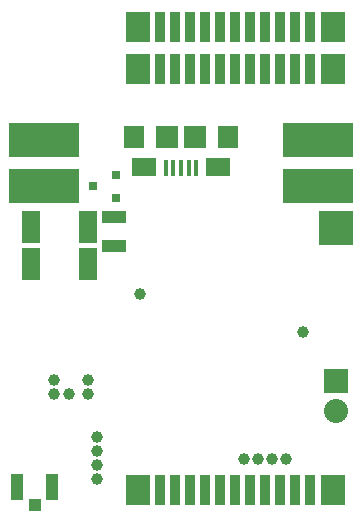
<source format=gbs>
G04 #@! TF.FileFunction,Soldermask,Bot*
%FSLAX46Y46*%
G04 Gerber Fmt 4.6, Leading zero omitted, Abs format (unit mm)*
G04 Created by KiCad (PCBNEW 4.0.2+dfsg1-stable) date Mo 03 Apr 2017 04:54:38 CEST*
%MOMM*%
G01*
G04 APERTURE LIST*
%ADD10C,0.100000*%
%ADD11R,6.000000X3.000000*%
%ADD12R,1.501140X2.700020*%
%ADD13R,0.800100X0.800100*%
%ADD14R,2.029460X1.140460*%
%ADD15R,3.000000X3.000000*%
%ADD16R,2.032000X2.032000*%
%ADD17O,2.032000X2.032000*%
%ADD18C,1.000000*%
%ADD19R,2.120000X2.500000*%
%ADD20R,0.850000X2.500000*%
%ADD21R,1.050000X2.200000*%
%ADD22R,1.000000X1.050000*%
%ADD23R,0.400000X1.350000*%
%ADD24R,2.100000X1.600000*%
%ADD25R,1.900000X1.900000*%
%ADD26R,1.800000X1.900000*%
G04 APERTURE END LIST*
D10*
D11*
X50400000Y-96600000D03*
X73600000Y-92700000D03*
D12*
X54100300Y-100000000D03*
X49299700Y-100000000D03*
D13*
X56500760Y-95650000D03*
X56500760Y-97550000D03*
X54501780Y-96600000D03*
D12*
X49299700Y-103200000D03*
X54100300Y-103200000D03*
D14*
X56300000Y-101603960D03*
X56300000Y-99196040D03*
D11*
X50400000Y-92700000D03*
D15*
X75100000Y-100100000D03*
D11*
X73600000Y-96600000D03*
D16*
X75100000Y-113060000D03*
D17*
X75100000Y-115600000D03*
D18*
X54100000Y-113000000D03*
X54100000Y-114200000D03*
X52500000Y-114200000D03*
X54900000Y-117800000D03*
X51200000Y-114200000D03*
X54900000Y-119000000D03*
X51200000Y-113000000D03*
X54900000Y-120200000D03*
X54900000Y-121400000D03*
X58500000Y-105700000D03*
X70900000Y-119700000D03*
X69700000Y-119700000D03*
X72300000Y-108900000D03*
X67300000Y-119700000D03*
X68500000Y-119700000D03*
D19*
X74840000Y-122300000D03*
D20*
X72935000Y-122300000D03*
X71665000Y-122300000D03*
X70395000Y-122300000D03*
X69125000Y-122300000D03*
X67855000Y-122300000D03*
X66585000Y-122300000D03*
X65315000Y-122300000D03*
X64045000Y-122300000D03*
X62775000Y-122300000D03*
X61505000Y-122300000D03*
X60235000Y-122300000D03*
D19*
X58330000Y-122300000D03*
X58330000Y-86678000D03*
X58330000Y-83122000D03*
D20*
X60235000Y-86678000D03*
X60235000Y-83122000D03*
X61505000Y-86678000D03*
X61505000Y-83122000D03*
X62775000Y-86678000D03*
X62775000Y-83122000D03*
X64045000Y-86678000D03*
X64045000Y-83122000D03*
X65315000Y-86678000D03*
X65315000Y-83122000D03*
X66585000Y-86678000D03*
X66585000Y-83122000D03*
X67855000Y-86678000D03*
X67855000Y-83122000D03*
X69125000Y-86678000D03*
X69125000Y-83122000D03*
X70395000Y-86678000D03*
X70395000Y-83122000D03*
X71665000Y-86678000D03*
X71665000Y-83122000D03*
X72935000Y-86678000D03*
X72935000Y-83122000D03*
D19*
X74840000Y-86678000D03*
X74840000Y-83122000D03*
D21*
X48125000Y-122075000D03*
X51075000Y-122075000D03*
D22*
X49600000Y-123600000D03*
D23*
X60700000Y-95050000D03*
X61350000Y-95050000D03*
X62000000Y-95050000D03*
X62650000Y-95050000D03*
X63300000Y-95050000D03*
D24*
X65100000Y-94925000D03*
X58900000Y-94925000D03*
D25*
X60800000Y-92375000D03*
X63200000Y-92375000D03*
D26*
X58000000Y-92375000D03*
X66000000Y-92375000D03*
M02*

</source>
